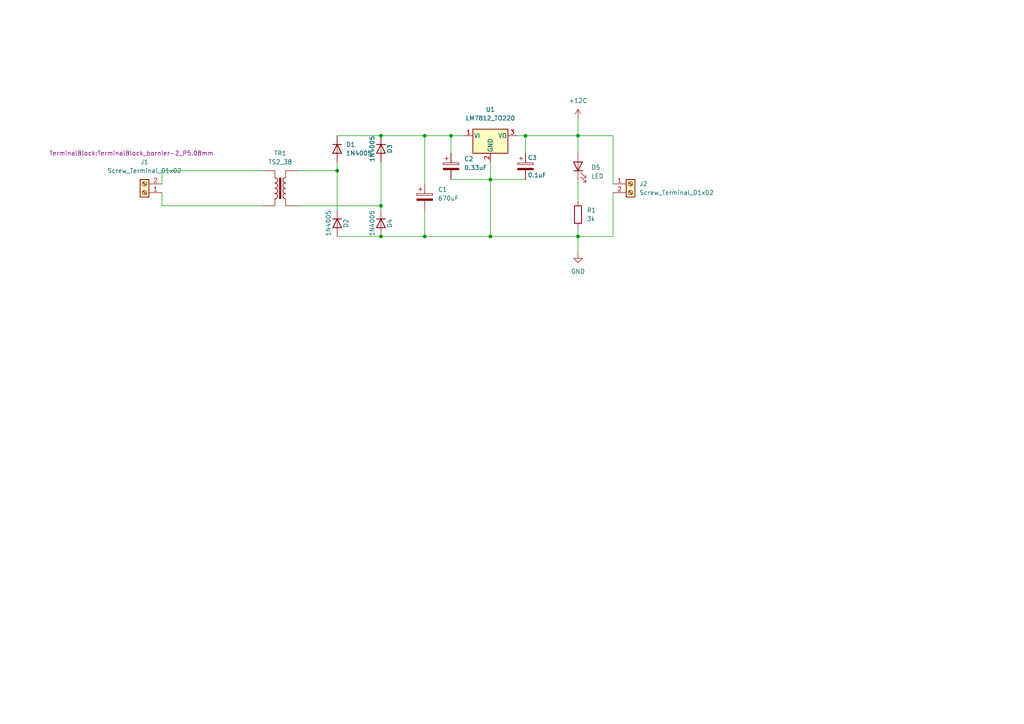
<source format=kicad_sch>
(kicad_sch (version 20211123) (generator eeschema)
  (paper "A4")
  (title_block (title "Zasilacz stabilizowany 12VDC") (date "20.10.2022") (rev "v1") (company "PG z o.o.") (comment 1 "Okrój Marcin") (comment 2 "grupa 3a") (comment 3 "s181245"))
  (lib_symbols
    (symbol "Connector:Screw_Terminal_01x02" (pin_names (offset 1.016) hide)
      (property "Reference" "J" (at 0 2.54 0))
      (property "Value" "Screw_Terminal_01x02" (at 0 -5.08 0))
      (symbol "Screw_Terminal_01x02_1_1"
        (rectangle (start -1.27 1.27) (end 1.27 -3.81) (stroke (width 0.254)) (fill (type background)))
        (circle (center 0 -2.54) (radius 0.635) (stroke (width 0.1524)))
        (polyline (pts (xy -0.5334 -2.2098) (xy 0.3302 -3.048)) (stroke (width 0.1524)))
        (polyline (pts (xy -0.5334 0.3302) (xy 0.3302 -0.508)) (stroke (width 0.1524)))
        (polyline (pts (xy -0.3556 -2.032) (xy 0.508 -2.8702)) (stroke (width 0.1524)))
        (polyline (pts (xy -0.3556 0.508) (xy 0.508 -0.3302)) (stroke (width 0.1524)))
        (circle (center 0 0) (radius 0.635) (stroke (width 0.1524)))
        (pin passive line (at -5.08 0 0) (length 3.81) (name "Pin_1") (number "1"))
        (pin passive line (at -5.08 -2.54 0) (length 3.81) (name "Pin_2") (number "2"))
      )
    )
    (symbol "Device:C_Polarized" (pin_numbers hide) (pin_names (offset 0.254))
      (property "Reference" "C" (at 0.635 2.54 0))
      (property "Value" "C_Polarized" (at 0.635 -2.54 0))
      (symbol "C_Polarized_0_1"
        (rectangle (start -2.286 0.508) (end 2.286 1.016))
        (polyline (pts (xy -1.778 2.286) (xy -0.762 2.286)))
        (polyline (pts (xy -1.27 2.794) (xy -1.27 1.778)))
        (rectangle (start 2.286 -0.508) (end -2.286 -1.016) (fill (type outline)))
      )
      (symbol "C_Polarized_1_1"
        (pin passive line (at 0 3.81 270) (length 2.794) (name "~") (number "1"))
        (pin passive line (at 0 -3.81 90) (length 2.794) (name "~") (number "2"))
      )
    )
    (symbol "Device:LED" (pin_numbers hide) (pin_names (offset 1.016) hide)
      (property "Reference" "D" (at 0 2.54 0))
      (property "Value" "LED" (at 0 -2.54 0))
      (symbol "LED_0_1"
        (polyline (pts (xy -1.27 -1.27) (xy -1.27 1.27)) (stroke (width 0.254)))
        (polyline (pts (xy -1.27 0) (xy 1.27 0)))
        (polyline (pts (xy 1.27 -1.27) (xy 1.27 1.27) (xy -1.27 0) (xy 1.27 -1.27)) (stroke (width 0.254)))
        (polyline (pts (xy -3.048 -0.762) (xy -4.572 -2.286) (xy -3.81 -2.286) (xy -4.572 -2.286) (xy -4.572 -1.524)))
        (polyline (pts (xy -1.778 -0.762) (xy -3.302 -2.286) (xy -2.54 -2.286) (xy -3.302 -2.286) (xy -3.302 -1.524)))
      )
      (symbol "LED_1_1"
        (pin passive line (at -3.81 0 0) (length 2.54) (name "K") (number "1"))
        (pin passive line (at 3.81 0 180) (length 2.54) (name "A") (number "2"))
      )
    )
    (symbol "Device:R" (pin_numbers hide) (pin_names (offset 0))
      (property "Reference" "R" (at 2.032 0 90))
      (property "Value" "R" (at 0 0 90))
      (symbol "R_0_1"
        (rectangle (start -1.016 -2.54) (end 1.016 2.54) (stroke (width 0.254)))
      )
      (symbol "R_1_1"
        (pin passive line (at 0 3.81 270) (length 1.27) (name "~") (number "1"))
        (pin passive line (at 0 -3.81 90) (length 1.27) (name "~") (number "2"))
      )
    )
    (symbol "Diode:1N4005" (pin_numbers hide) (pin_names (offset 1.016) hide)
      (property "Reference" "D" (at 0 2.54 0))
      (property "Value" "1N4005" (at 0 -2.54 0))
      (symbol "1N4005_0_1"
        (polyline (pts (xy -1.27 1.27) (xy -1.27 -1.27)) (stroke (width 0.254)))
        (polyline (pts (xy 1.27 0) (xy -1.27 0)))
        (polyline (pts (xy 1.27 1.27) (xy 1.27 -1.27) (xy -1.27 0) (xy 1.27 1.27)) (stroke (width 0.254)))
      )
      (symbol "1N4005_1_1"
        (pin passive line (at -3.81 0 0) (length 2.54) (name "K") (number "1"))
        (pin passive line (at 3.81 0 180) (length 2.54) (name "A") (number "2"))
      )
    )
    (symbol "Regulator_Linear:LM7812_TO220" (pin_names (offset 0.254))
      (property "Reference" "U" (at -3.81 3.175 0))
      (property "Value" "LM7812_TO220" (at 0 3.175 0))
      (symbol "LM7812_TO220_0_1"
        (rectangle (start -5.08 1.905) (end 5.08 -5.08) (stroke (width 0.254)) (fill (type background)))
      )
      (symbol "LM7812_TO220_1_1"
        (pin power_in line (at -7.62 0 0) (length 2.54) (name "VI") (number "1"))
        (pin power_in line (at 0 -7.62 90) (length 2.54) (name "GND") (number "2"))
        (pin power_out line (at 7.62 0 180) (length 2.54) (name "VO") (number "3"))
      )
    )
    (symbol "Transformer:TRANSF1" (pin_numbers hide) (pin_names (offset 0))
      (property "Reference" "TR" (at 0 6.35 0))
      (property "Value" "TRANSF1" (at 0 -6.35 0))
      (symbol "TRANSF1_0_1"
        (arc (start -1.524 -3.048) (mid -0.762 -2.286) (end -1.524 -1.524) (stroke (width 0.2032)))
        (arc (start -1.524 -1.524) (mid -0.762 -0.762) (end -1.524 0) (stroke (width 0.2032)))
        (arc (start -1.524 0) (mid -0.762 0.762) (end -1.524 1.524) (stroke (width 0.2032)))
        (arc (start -1.524 1.524) (mid -0.762 2.286) (end -1.524 3.048) (stroke (width 0.2032)))
        (rectangle (start -0.254 3.048) (end 0.254 -3.048) (stroke (width 0.0254)) (fill (type outline)))
        (polyline (pts (xy -2.54 5.08) (xy -1.524 5.08) (xy -1.524 3.048) (xy -1.524 3.048)) (stroke (width 0.1524)))
        (polyline (pts (xy -1.524 -3.048) (xy -1.524 -5.08) (xy -2.54 -5.08) (xy -2.54 -5.08)) (stroke (width 0.1524)))
        (polyline (pts (xy 1.524 3.048) (xy 1.524 5.08) (xy 2.54 5.08) (xy 2.54 5.08)) (stroke (width 0.1524)))
        (polyline (pts (xy 2.54 -5.08) (xy 1.524 -5.08) (xy 1.524 -3.048) (xy 1.524 -3.048)) (stroke (width 0.1524)))
        (arc (start 1.524 -1.524) (mid 0.762 -2.286) (end 1.524 -3.048) (stroke (width 0.2032)))
        (arc (start 1.524 0) (mid 0.762 -0.762) (end 1.524 -1.524) (stroke (width 0.2032)))
        (arc (start 1.524 1.524) (mid 0.762 0.762) (end 1.524 0) (stroke (width 0.2032)))
        (arc (start 1.524 3.048) (mid 0.762 2.286) (end 1.524 1.524) (stroke (width 0.2032)))
      )
      (symbol "TRANSF1_1_1"
        (pin passive line (at -5.08 5.08 0) (length 2.54) (name "~") (number "1"))
        (pin passive line (at -5.08 -5.08 0) (length 2.54) (name "~") (number "2"))
        (pin passive line (at 5.08 -5.08 180) (length 2.54) (name "~") (number "3"))
        (pin passive line (at 5.08 5.08 180) (length 2.54) (name "~") (number "4"))
      )
    )
    (symbol "power:+12C" (power) (pin_names (offset 0))
      (property "Value" "+12C" (at 0 3.81 0))
      (symbol "+12C_0_1"
        (polyline (pts (xy -0.762 1.27) (xy 0 2.54)))
        (polyline (pts (xy 0 0) (xy 0 2.54)))
        (polyline (pts (xy 0 2.54) (xy 0.762 1.27)))
      )
      (symbol "+12C_1_1"
        (pin power_in line (at 0 0 90) (length 0) hide (name "+12C") (number "1"))
      )
    )
    (symbol "power:GND" (power) (pin_names (offset 0))
      (property "Value" "GND" (at 0 -3.81 0))
      (symbol "GND_0_1"
        (polyline (pts (xy 0 0) (xy 0 -1.27) (xy 1.27 -1.27) (xy 0 -2.54) (xy -1.27 -1.27) (xy 0 -1.27)))
      )
      (symbol "GND_1_1"
        (pin power_in line (at 0 0 270) (length 0) hide (name "GND") (number "1"))
      )
    )
  )
  (junction (at 167.64 68.58))
  (junction (at 167.64 39.37))
  (junction (at 123.19 39.37))
  (junction (at 152.4 39.37))
  (junction (at 97.79 49.53))
  (junction (at 110.49 39.37))
  (junction (at 123.19 68.58))
  (junction (at 142.24 68.58))
  (junction (at 110.49 68.58))
  (junction (at 142.24 52.07))
  (junction (at 130.81 39.37))
  (junction (at 110.49 59.69))
  (wire (pts (xy 123.19 60.96) (xy 123.19 68.58)))
  (wire (pts (xy 142.24 68.58) (xy 123.19 68.58)))
  (wire (pts (xy 97.79 68.58) (xy 110.49 68.58)))
  (wire (pts (xy 167.64 66.04) (xy 167.64 68.58)))
  (wire (pts (xy 123.19 39.37) (xy 110.49 39.37)))
  (wire (pts (xy 142.24 52.07) (xy 142.24 46.99)))
  (wire (pts (xy 177.8 53.34) (xy 177.8 39.37)))
  (wire (pts (xy 46.99 53.34) (xy 46.99 49.53)))
  (wire (pts (xy 86.36 59.69) (xy 110.49 59.69)))
  (wire (pts (xy 142.24 52.07) (xy 142.24 68.58)))
  (wire (pts (xy 167.64 68.58) (xy 167.64 73.66)))
  (wire (pts (xy 97.79 49.53) (xy 97.79 60.96)))
  (wire (pts (xy 177.8 55.88) (xy 177.8 68.58)))
  (wire (pts (xy 130.81 39.37) (xy 134.62 39.37)))
  (wire (pts (xy 46.99 49.53) (xy 76.2 49.53)))
  (wire (pts (xy 152.4 39.37) (xy 167.64 39.37)))
  (wire (pts (xy 123.19 68.58) (xy 110.49 68.58)))
  (wire (pts (xy 97.79 39.37) (xy 110.49 39.37)))
  (wire (pts (xy 130.81 52.07) (xy 142.24 52.07)))
  (wire (pts (xy 110.49 59.69) (xy 110.49 60.96)))
  (wire (pts (xy 167.64 39.37) (xy 177.8 39.37)))
  (wire (pts (xy 142.24 68.58) (xy 167.64 68.58)))
  (wire (pts (xy 167.64 68.58) (xy 177.8 68.58)))
  (wire (pts (xy 130.81 39.37) (xy 130.81 44.45)))
  (wire (pts (xy 97.79 49.53) (xy 97.79 46.99)))
  (wire (pts (xy 123.19 53.34) (xy 123.19 39.37)))
  (wire (pts (xy 46.99 59.69) (xy 76.2 59.69)))
  (wire (pts (xy 110.49 46.99) (xy 110.49 59.69)))
  (wire (pts (xy 123.19 39.37) (xy 130.81 39.37)))
  (wire (pts (xy 152.4 39.37) (xy 152.4 44.45)))
  (wire (pts (xy 167.64 39.37) (xy 167.64 44.45)))
  (wire (pts (xy 149.86 39.37) (xy 152.4 39.37)))
  (wire (pts (xy 46.99 59.69) (xy 46.99 55.88)))
  (wire (pts (xy 167.64 52.07) (xy 167.64 58.42)))
  (wire (pts (xy 86.36 49.53) (xy 97.79 49.53)))
  (wire (pts (xy 167.64 34.29) (xy 167.64 39.37)))
  (wire (pts (xy 152.4 52.07) (xy 142.24 52.07)))
  (symbol (lib_id "Diode:1N4005") (at 110.49 64.77 270) (unit 1)
    (property "Reference" "D4" (at 113.03 64.77 0))
    (property "Value" "1N4005" (at 107.95 64.77 0))
    (property "Footprint" "Diode_THT:D_DO-41_SOD81_P10.16mm_Horizontal" (effects hide))
    (property "Datasheet" "http://www.vishay.com/docs/88503/1n4001.pdf" (effects hide))
  )
  (symbol (lib_id "Device:R") (at 167.64 62.23 0) (unit 1)
    (property "Reference" "R1" (at 170.18 60.9599 0) (effects (justify left)))
    (property "Value" "3k" (at 170.18 63.4999 0) (effects (justify left)))
    (property "Footprint" "Resistor_THT:R_Axial_DIN0309_L9.0mm_D3.2mm_P12.70mm_Horizontal" (effects hide))
  )
  (symbol (lib_id "Connector:Screw_Terminal_01x02") (at 182.88 53.34 0) (unit 1)
    (property "Reference" "J2" (at 185.42 53.3399 0) (effects (justify left)))
    (property "Value" "Screw_Terminal_01x02" (at 185.42 55.8799 0) (effects (justify left)))
    (property "Footprint" "TerminalBlock:TerminalBlock_bornier-2_P5.08mm" (effects hide))
  )
  (symbol (lib_id "Device:LED") (at 167.64 48.26 90) (unit 1)
    (property "Reference" "D5" (at 171.45 48.5774 90) (effects (justify right)))
    (property "Value" "LED" (at 171.45 51.1174 90) (effects (justify right)))
    (property "Footprint" "LED_THT:LED_D3.0mm" (effects hide))
  )
  (symbol (lib_id "Transformer:TRANSF1") (at 81.28 54.61 0) (unit 1)
    (property "Reference" "TR1" (at 81.28 44.45 0))
    (property "Value" "TS2_38" (at 81.28 46.99 0))
    (property "Footprint" "Transformer_THT:Transformer_37x44" (effects hide))
    (property "Datasheet" "https://www.tme.eu/Document/ef0b0bfa1a568056a0745f8e867b1088/36_1.pdf" (effects hide))
  )
  (symbol (lib_id "Diode:1N4005") (at 97.79 43.18 270) (unit 1)
    (property "Reference" "D1" (at 100.33 41.9099 90) (effects (justify left)))
    (property "Value" "1N4005" (at 100.33 44.4499 90) (effects (justify left)))
    (property "Footprint" "Diode_THT:D_DO-41_SOD81_P10.16mm_Horizontal" (effects hide))
    (property "Datasheet" "http://www.vishay.com/docs/88503/1n4001.pdf" (effects hide))
  )
  (symbol (lib_id "Diode:1N4005") (at 97.79 64.77 270) (unit 1)
    (property "Reference" "D2" (at 100.33 64.77 0))
    (property "Value" "1N4005" (at 95.25 64.77 0))
    (property "Footprint" "Diode_THT:D_DO-41_SOD81_P10.16mm_Horizontal" (effects hide))
    (property "Datasheet" "http://www.vishay.com/docs/88503/1n4001.pdf" (effects hide))
  )
  (symbol (lib_id "Device:C_Polarized") (at 130.81 48.26 0) (unit 1)
    (property "Reference" "C2" (at 134.62 46.1009 0) (effects (justify left)))
    (property "Value" "0.33uF" (at 134.62 48.6409 0) (effects (justify left)))
    (property "Footprint" "Capacitor_THT:C_Disc_D3.8mm_W2.6mm_P2.50mm" (effects hide))
  )
  (symbol (lib_id "power:GND") (at 167.64 73.66 0) (unit 1)
    (property "Reference" "#PWR0102" (effects hide))
    (property "Value" "GND" (at 167.64 78.74 0))
  )
  (symbol (lib_id "Device:C_Polarized") (at 123.19 57.15 0) (unit 1)
    (property "Reference" "C1" (at 127 54.9909 0) (effects (justify left)))
    (property "Value" "670uF" (at 127 57.5309 0) (effects (justify left)))
    (property "Footprint" "Capacitor_THT:CP_Radial_D8.0mm_P3.50mm" (effects hide))
  )
  (symbol (lib_id "Diode:1N4005") (at 110.49 43.18 270) (unit 1)
    (property "Reference" "D3" (at 113.03 43.18 0))
    (property "Value" "1N4005" (at 107.95 43.18 0))
    (property "Footprint" "Diode_THT:D_DO-41_SOD81_P10.16mm_Horizontal" (effects hide))
    (property "Datasheet" "http://www.vishay.com/docs/88503/1n4001.pdf" (effects hide))
  )
  (symbol (lib_id "Regulator_Linear:LM7812_TO220") (at 142.24 39.37 0) (unit 1)
    (property "Reference" "U1" (at 142.24 31.75 0))
    (property "Value" "LM7812_TO220" (at 142.24 34.29 0))
    (property "Footprint" "Package_TO_SOT_THT:TO-220-3_Vertical" (effects hide))
    (property "Datasheet" "https://www.onsemi.cn/PowerSolutions/document/MC7800-D.PDF" (effects hide))
  )
  (symbol (lib_id "power:+12C") (at 167.64 34.29 0) (unit 1)
    (property "Reference" "#PWR0101" (effects hide))
    (property "Value" "+12C" (at 167.64 29.21 0))
  )
  (symbol (lib_id "Connector:Screw_Terminal_01x02") (at 41.91 55.88 180) (unit 1)
    (property "Reference" "J1" (at 41.91 46.99 0))
    (property "Value" "Screw_Terminal_01x02" (at 41.91 49.53 0))
    (property "Footprint" "TerminalBlock:TerminalBlock_bornier-2_P5.08mm" (at 38.1 44.45 0))
  )
  (symbol (lib_id "Device:C_Polarized") (at 152.4 48.26 0) (unit 1)
    (property "Reference" "C3" (at 153.035 45.72 0) (effects (justify left)))
    (property "Value" "0.1uF" (at 153.035 50.8 0) (effects (justify left)))
    (property "Footprint" "Capacitor_THT:C_Disc_D3.8mm_W2.6mm_P2.50mm" (effects hide))
  )
)
</source>
